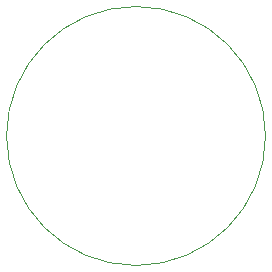
<source format=gko>
G04 Layer_Color=16711935*
%FSLAX25Y25*%
%MOIN*%
G70*
G01*
G75*
%ADD27C,0.00039*%
D27*
X43164Y0D02*
G03*
X43164Y0I-43164J0D01*
G01*
M02*

</source>
